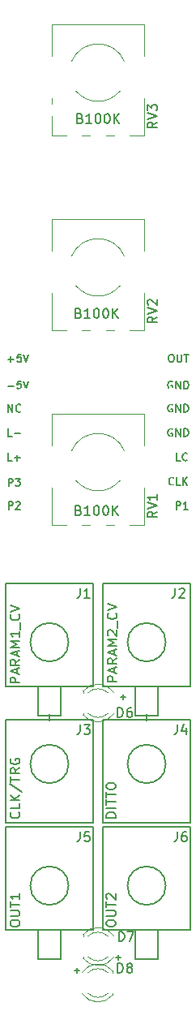
<source format=gbr>
%TF.GenerationSoftware,KiCad,Pcbnew,7.0.8*%
%TF.CreationDate,2024-02-10T19:54:04+11:00*%
%TF.ProjectId,JNTUB,4a4e5455-422e-46b6-9963-61645f706362,rev?*%
%TF.SameCoordinates,Original*%
%TF.FileFunction,Legend,Top*%
%TF.FilePolarity,Positive*%
%FSLAX46Y46*%
G04 Gerber Fmt 4.6, Leading zero omitted, Abs format (unit mm)*
G04 Created by KiCad (PCBNEW 7.0.8) date 2024-02-10 19:54:04*
%MOMM*%
%LPD*%
G01*
G04 APERTURE LIST*
%ADD10C,0.150000*%
%ADD11C,0.200000*%
%ADD12C,0.120000*%
%ADD13R,1.800000X1.800000*%
%ADD14C,1.800000*%
%ADD15R,1.700000X1.700000*%
%ADD16O,1.700000X1.700000*%
%ADD17O,1.400000X1.400000*%
%ADD18C,1.400000*%
%ADD19C,3.000000*%
%ADD20C,2.000000*%
%ADD21C,2.100000*%
%ADD22O,2.500000X2.800000*%
%ADD23C,3.200000*%
G04 APERTURE END LIST*
D10*
X235489810Y-103410104D02*
X235451714Y-103448200D01*
X235451714Y-103448200D02*
X235337429Y-103486295D01*
X235337429Y-103486295D02*
X235261238Y-103486295D01*
X235261238Y-103486295D02*
X235146952Y-103448200D01*
X235146952Y-103448200D02*
X235070762Y-103372009D01*
X235070762Y-103372009D02*
X235032667Y-103295819D01*
X235032667Y-103295819D02*
X234994571Y-103143438D01*
X234994571Y-103143438D02*
X234994571Y-103029152D01*
X234994571Y-103029152D02*
X235032667Y-102876771D01*
X235032667Y-102876771D02*
X235070762Y-102800580D01*
X235070762Y-102800580D02*
X235146952Y-102724390D01*
X235146952Y-102724390D02*
X235261238Y-102686295D01*
X235261238Y-102686295D02*
X235337429Y-102686295D01*
X235337429Y-102686295D02*
X235451714Y-102724390D01*
X235451714Y-102724390D02*
X235489810Y-102762485D01*
X236213619Y-103486295D02*
X235832667Y-103486295D01*
X235832667Y-103486295D02*
X235832667Y-102686295D01*
X236480286Y-103486295D02*
X236480286Y-102686295D01*
X236937429Y-103486295D02*
X236594571Y-103029152D01*
X236937429Y-102686295D02*
X236480286Y-103143438D01*
X235756524Y-106026295D02*
X235756524Y-105226295D01*
X235756524Y-105226295D02*
X236061286Y-105226295D01*
X236061286Y-105226295D02*
X236137476Y-105264390D01*
X236137476Y-105264390D02*
X236175571Y-105302485D01*
X236175571Y-105302485D02*
X236213667Y-105378676D01*
X236213667Y-105378676D02*
X236213667Y-105492961D01*
X236213667Y-105492961D02*
X236175571Y-105569152D01*
X236175571Y-105569152D02*
X236137476Y-105607247D01*
X236137476Y-105607247D02*
X236061286Y-105645342D01*
X236061286Y-105645342D02*
X235756524Y-105645342D01*
X236975571Y-106026295D02*
X236518428Y-106026295D01*
X236747000Y-106026295D02*
X236747000Y-105226295D01*
X236747000Y-105226295D02*
X236670809Y-105340580D01*
X236670809Y-105340580D02*
X236594619Y-105416771D01*
X236594619Y-105416771D02*
X236518428Y-105454866D01*
X236194619Y-100946295D02*
X235813667Y-100946295D01*
X235813667Y-100946295D02*
X235813667Y-100146295D01*
X236918429Y-100870104D02*
X236880333Y-100908200D01*
X236880333Y-100908200D02*
X236766048Y-100946295D01*
X236766048Y-100946295D02*
X236689857Y-100946295D01*
X236689857Y-100946295D02*
X236575571Y-100908200D01*
X236575571Y-100908200D02*
X236499381Y-100832009D01*
X236499381Y-100832009D02*
X236461286Y-100755819D01*
X236461286Y-100755819D02*
X236423190Y-100603438D01*
X236423190Y-100603438D02*
X236423190Y-100489152D01*
X236423190Y-100489152D02*
X236461286Y-100336771D01*
X236461286Y-100336771D02*
X236499381Y-100260580D01*
X236499381Y-100260580D02*
X236575571Y-100184390D01*
X236575571Y-100184390D02*
X236689857Y-100146295D01*
X236689857Y-100146295D02*
X236766048Y-100146295D01*
X236766048Y-100146295D02*
X236880333Y-100184390D01*
X236880333Y-100184390D02*
X236918429Y-100222485D01*
X235166000Y-89859295D02*
X235318381Y-89859295D01*
X235318381Y-89859295D02*
X235394571Y-89897390D01*
X235394571Y-89897390D02*
X235470762Y-89973580D01*
X235470762Y-89973580D02*
X235508857Y-90125961D01*
X235508857Y-90125961D02*
X235508857Y-90392628D01*
X235508857Y-90392628D02*
X235470762Y-90545009D01*
X235470762Y-90545009D02*
X235394571Y-90621200D01*
X235394571Y-90621200D02*
X235318381Y-90659295D01*
X235318381Y-90659295D02*
X235166000Y-90659295D01*
X235166000Y-90659295D02*
X235089809Y-90621200D01*
X235089809Y-90621200D02*
X235013619Y-90545009D01*
X235013619Y-90545009D02*
X234975523Y-90392628D01*
X234975523Y-90392628D02*
X234975523Y-90125961D01*
X234975523Y-90125961D02*
X235013619Y-89973580D01*
X235013619Y-89973580D02*
X235089809Y-89897390D01*
X235089809Y-89897390D02*
X235166000Y-89859295D01*
X235851714Y-89859295D02*
X235851714Y-90506914D01*
X235851714Y-90506914D02*
X235889809Y-90583104D01*
X235889809Y-90583104D02*
X235927904Y-90621200D01*
X235927904Y-90621200D02*
X236004095Y-90659295D01*
X236004095Y-90659295D02*
X236156476Y-90659295D01*
X236156476Y-90659295D02*
X236232666Y-90621200D01*
X236232666Y-90621200D02*
X236270761Y-90583104D01*
X236270761Y-90583104D02*
X236308857Y-90506914D01*
X236308857Y-90506914D02*
X236308857Y-89859295D01*
X236575523Y-89859295D02*
X237032666Y-89859295D01*
X236804094Y-90659295D02*
X236804094Y-89859295D01*
X235356476Y-97644390D02*
X235280286Y-97606295D01*
X235280286Y-97606295D02*
X235166000Y-97606295D01*
X235166000Y-97606295D02*
X235051714Y-97644390D01*
X235051714Y-97644390D02*
X234975524Y-97720580D01*
X234975524Y-97720580D02*
X234937429Y-97796771D01*
X234937429Y-97796771D02*
X234899333Y-97949152D01*
X234899333Y-97949152D02*
X234899333Y-98063438D01*
X234899333Y-98063438D02*
X234937429Y-98215819D01*
X234937429Y-98215819D02*
X234975524Y-98292009D01*
X234975524Y-98292009D02*
X235051714Y-98368200D01*
X235051714Y-98368200D02*
X235166000Y-98406295D01*
X235166000Y-98406295D02*
X235242191Y-98406295D01*
X235242191Y-98406295D02*
X235356476Y-98368200D01*
X235356476Y-98368200D02*
X235394572Y-98330104D01*
X235394572Y-98330104D02*
X235394572Y-98063438D01*
X235394572Y-98063438D02*
X235242191Y-98063438D01*
X235737429Y-98406295D02*
X235737429Y-97606295D01*
X235737429Y-97606295D02*
X236194572Y-98406295D01*
X236194572Y-98406295D02*
X236194572Y-97606295D01*
X236575524Y-98406295D02*
X236575524Y-97606295D01*
X236575524Y-97606295D02*
X236766000Y-97606295D01*
X236766000Y-97606295D02*
X236880286Y-97644390D01*
X236880286Y-97644390D02*
X236956476Y-97720580D01*
X236956476Y-97720580D02*
X236994571Y-97796771D01*
X236994571Y-97796771D02*
X237032667Y-97949152D01*
X237032667Y-97949152D02*
X237032667Y-98063438D01*
X237032667Y-98063438D02*
X236994571Y-98215819D01*
X236994571Y-98215819D02*
X236956476Y-98292009D01*
X236956476Y-98292009D02*
X236880286Y-98368200D01*
X236880286Y-98368200D02*
X236766000Y-98406295D01*
X236766000Y-98406295D02*
X236575524Y-98406295D01*
X235356476Y-92691390D02*
X235280286Y-92653295D01*
X235280286Y-92653295D02*
X235166000Y-92653295D01*
X235166000Y-92653295D02*
X235051714Y-92691390D01*
X235051714Y-92691390D02*
X234975524Y-92767580D01*
X234975524Y-92767580D02*
X234937429Y-92843771D01*
X234937429Y-92843771D02*
X234899333Y-92996152D01*
X234899333Y-92996152D02*
X234899333Y-93110438D01*
X234899333Y-93110438D02*
X234937429Y-93262819D01*
X234937429Y-93262819D02*
X234975524Y-93339009D01*
X234975524Y-93339009D02*
X235051714Y-93415200D01*
X235051714Y-93415200D02*
X235166000Y-93453295D01*
X235166000Y-93453295D02*
X235242191Y-93453295D01*
X235242191Y-93453295D02*
X235356476Y-93415200D01*
X235356476Y-93415200D02*
X235394572Y-93377104D01*
X235394572Y-93377104D02*
X235394572Y-93110438D01*
X235394572Y-93110438D02*
X235242191Y-93110438D01*
X235737429Y-93453295D02*
X235737429Y-92653295D01*
X235737429Y-92653295D02*
X236194572Y-93453295D01*
X236194572Y-93453295D02*
X236194572Y-92653295D01*
X236575524Y-93453295D02*
X236575524Y-92653295D01*
X236575524Y-92653295D02*
X236766000Y-92653295D01*
X236766000Y-92653295D02*
X236880286Y-92691390D01*
X236880286Y-92691390D02*
X236956476Y-92767580D01*
X236956476Y-92767580D02*
X236994571Y-92843771D01*
X236994571Y-92843771D02*
X237032667Y-92996152D01*
X237032667Y-92996152D02*
X237032667Y-93110438D01*
X237032667Y-93110438D02*
X236994571Y-93262819D01*
X236994571Y-93262819D02*
X236956476Y-93339009D01*
X236956476Y-93339009D02*
X236880286Y-93415200D01*
X236880286Y-93415200D02*
X236766000Y-93453295D01*
X236766000Y-93453295D02*
X236575524Y-93453295D01*
X235356476Y-95104390D02*
X235280286Y-95066295D01*
X235280286Y-95066295D02*
X235166000Y-95066295D01*
X235166000Y-95066295D02*
X235051714Y-95104390D01*
X235051714Y-95104390D02*
X234975524Y-95180580D01*
X234975524Y-95180580D02*
X234937429Y-95256771D01*
X234937429Y-95256771D02*
X234899333Y-95409152D01*
X234899333Y-95409152D02*
X234899333Y-95523438D01*
X234899333Y-95523438D02*
X234937429Y-95675819D01*
X234937429Y-95675819D02*
X234975524Y-95752009D01*
X234975524Y-95752009D02*
X235051714Y-95828200D01*
X235051714Y-95828200D02*
X235166000Y-95866295D01*
X235166000Y-95866295D02*
X235242191Y-95866295D01*
X235242191Y-95866295D02*
X235356476Y-95828200D01*
X235356476Y-95828200D02*
X235394572Y-95790104D01*
X235394572Y-95790104D02*
X235394572Y-95523438D01*
X235394572Y-95523438D02*
X235242191Y-95523438D01*
X235737429Y-95866295D02*
X235737429Y-95066295D01*
X235737429Y-95066295D02*
X236194572Y-95866295D01*
X236194572Y-95866295D02*
X236194572Y-95066295D01*
X236575524Y-95866295D02*
X236575524Y-95066295D01*
X236575524Y-95066295D02*
X236766000Y-95066295D01*
X236766000Y-95066295D02*
X236880286Y-95104390D01*
X236880286Y-95104390D02*
X236956476Y-95180580D01*
X236956476Y-95180580D02*
X236994571Y-95256771D01*
X236994571Y-95256771D02*
X237032667Y-95409152D01*
X237032667Y-95409152D02*
X237032667Y-95523438D01*
X237032667Y-95523438D02*
X236994571Y-95675819D01*
X236994571Y-95675819D02*
X236956476Y-95752009D01*
X236956476Y-95752009D02*
X236880286Y-95828200D01*
X236880286Y-95828200D02*
X236766000Y-95866295D01*
X236766000Y-95866295D02*
X236575524Y-95866295D01*
X218573381Y-98406295D02*
X218192429Y-98406295D01*
X218192429Y-98406295D02*
X218192429Y-97606295D01*
X218840048Y-98101533D02*
X219449572Y-98101533D01*
X218230524Y-106026295D02*
X218230524Y-105226295D01*
X218230524Y-105226295D02*
X218535286Y-105226295D01*
X218535286Y-105226295D02*
X218611476Y-105264390D01*
X218611476Y-105264390D02*
X218649571Y-105302485D01*
X218649571Y-105302485D02*
X218687667Y-105378676D01*
X218687667Y-105378676D02*
X218687667Y-105492961D01*
X218687667Y-105492961D02*
X218649571Y-105569152D01*
X218649571Y-105569152D02*
X218611476Y-105607247D01*
X218611476Y-105607247D02*
X218535286Y-105645342D01*
X218535286Y-105645342D02*
X218230524Y-105645342D01*
X218992428Y-105302485D02*
X219030524Y-105264390D01*
X219030524Y-105264390D02*
X219106714Y-105226295D01*
X219106714Y-105226295D02*
X219297190Y-105226295D01*
X219297190Y-105226295D02*
X219373381Y-105264390D01*
X219373381Y-105264390D02*
X219411476Y-105302485D01*
X219411476Y-105302485D02*
X219449571Y-105378676D01*
X219449571Y-105378676D02*
X219449571Y-105454866D01*
X219449571Y-105454866D02*
X219411476Y-105569152D01*
X219411476Y-105569152D02*
X218954333Y-106026295D01*
X218954333Y-106026295D02*
X219449571Y-106026295D01*
X218573381Y-100946295D02*
X218192429Y-100946295D01*
X218192429Y-100946295D02*
X218192429Y-100146295D01*
X218840048Y-100641533D02*
X219449572Y-100641533D01*
X219144810Y-100946295D02*
X219144810Y-100336771D01*
X218230524Y-103613295D02*
X218230524Y-102813295D01*
X218230524Y-102813295D02*
X218535286Y-102813295D01*
X218535286Y-102813295D02*
X218611476Y-102851390D01*
X218611476Y-102851390D02*
X218649571Y-102889485D01*
X218649571Y-102889485D02*
X218687667Y-102965676D01*
X218687667Y-102965676D02*
X218687667Y-103079961D01*
X218687667Y-103079961D02*
X218649571Y-103156152D01*
X218649571Y-103156152D02*
X218611476Y-103194247D01*
X218611476Y-103194247D02*
X218535286Y-103232342D01*
X218535286Y-103232342D02*
X218230524Y-103232342D01*
X218954333Y-102813295D02*
X219449571Y-102813295D01*
X219449571Y-102813295D02*
X219182905Y-103118057D01*
X219182905Y-103118057D02*
X219297190Y-103118057D01*
X219297190Y-103118057D02*
X219373381Y-103156152D01*
X219373381Y-103156152D02*
X219411476Y-103194247D01*
X219411476Y-103194247D02*
X219449571Y-103270438D01*
X219449571Y-103270438D02*
X219449571Y-103460914D01*
X219449571Y-103460914D02*
X219411476Y-103537104D01*
X219411476Y-103537104D02*
X219373381Y-103575200D01*
X219373381Y-103575200D02*
X219297190Y-103613295D01*
X219297190Y-103613295D02*
X219068619Y-103613295D01*
X219068619Y-103613295D02*
X218992428Y-103575200D01*
X218992428Y-103575200D02*
X218954333Y-103537104D01*
X218173429Y-90354533D02*
X218782953Y-90354533D01*
X218478191Y-90659295D02*
X218478191Y-90049771D01*
X219544857Y-89859295D02*
X219163905Y-89859295D01*
X219163905Y-89859295D02*
X219125809Y-90240247D01*
X219125809Y-90240247D02*
X219163905Y-90202152D01*
X219163905Y-90202152D02*
X219240095Y-90164057D01*
X219240095Y-90164057D02*
X219430571Y-90164057D01*
X219430571Y-90164057D02*
X219506762Y-90202152D01*
X219506762Y-90202152D02*
X219544857Y-90240247D01*
X219544857Y-90240247D02*
X219582952Y-90316438D01*
X219582952Y-90316438D02*
X219582952Y-90506914D01*
X219582952Y-90506914D02*
X219544857Y-90583104D01*
X219544857Y-90583104D02*
X219506762Y-90621200D01*
X219506762Y-90621200D02*
X219430571Y-90659295D01*
X219430571Y-90659295D02*
X219240095Y-90659295D01*
X219240095Y-90659295D02*
X219163905Y-90621200D01*
X219163905Y-90621200D02*
X219125809Y-90583104D01*
X219811524Y-89859295D02*
X220078191Y-90659295D01*
X220078191Y-90659295D02*
X220344857Y-89859295D01*
X218192429Y-95866295D02*
X218192429Y-95066295D01*
X218192429Y-95066295D02*
X218649572Y-95866295D01*
X218649572Y-95866295D02*
X218649572Y-95066295D01*
X219487667Y-95790104D02*
X219449571Y-95828200D01*
X219449571Y-95828200D02*
X219335286Y-95866295D01*
X219335286Y-95866295D02*
X219259095Y-95866295D01*
X219259095Y-95866295D02*
X219144809Y-95828200D01*
X219144809Y-95828200D02*
X219068619Y-95752009D01*
X219068619Y-95752009D02*
X219030524Y-95675819D01*
X219030524Y-95675819D02*
X218992428Y-95523438D01*
X218992428Y-95523438D02*
X218992428Y-95409152D01*
X218992428Y-95409152D02*
X219030524Y-95256771D01*
X219030524Y-95256771D02*
X219068619Y-95180580D01*
X219068619Y-95180580D02*
X219144809Y-95104390D01*
X219144809Y-95104390D02*
X219259095Y-95066295D01*
X219259095Y-95066295D02*
X219335286Y-95066295D01*
X219335286Y-95066295D02*
X219449571Y-95104390D01*
X219449571Y-95104390D02*
X219487667Y-95142485D01*
X218173429Y-93148533D02*
X218782953Y-93148533D01*
X219544857Y-92653295D02*
X219163905Y-92653295D01*
X219163905Y-92653295D02*
X219125809Y-93034247D01*
X219125809Y-93034247D02*
X219163905Y-92996152D01*
X219163905Y-92996152D02*
X219240095Y-92958057D01*
X219240095Y-92958057D02*
X219430571Y-92958057D01*
X219430571Y-92958057D02*
X219506762Y-92996152D01*
X219506762Y-92996152D02*
X219544857Y-93034247D01*
X219544857Y-93034247D02*
X219582952Y-93110438D01*
X219582952Y-93110438D02*
X219582952Y-93300914D01*
X219582952Y-93300914D02*
X219544857Y-93377104D01*
X219544857Y-93377104D02*
X219506762Y-93415200D01*
X219506762Y-93415200D02*
X219430571Y-93453295D01*
X219430571Y-93453295D02*
X219240095Y-93453295D01*
X219240095Y-93453295D02*
X219163905Y-93415200D01*
X219163905Y-93415200D02*
X219125809Y-93377104D01*
X219811524Y-92653295D02*
X220078191Y-93453295D01*
X220078191Y-93453295D02*
X220344857Y-92653295D01*
D11*
X228433219Y-149304190D02*
X228433219Y-149113714D01*
X228433219Y-149113714D02*
X228480838Y-149018476D01*
X228480838Y-149018476D02*
X228576076Y-148923238D01*
X228576076Y-148923238D02*
X228766552Y-148875619D01*
X228766552Y-148875619D02*
X229099885Y-148875619D01*
X229099885Y-148875619D02*
X229290361Y-148923238D01*
X229290361Y-148923238D02*
X229385600Y-149018476D01*
X229385600Y-149018476D02*
X229433219Y-149113714D01*
X229433219Y-149113714D02*
X229433219Y-149304190D01*
X229433219Y-149304190D02*
X229385600Y-149399428D01*
X229385600Y-149399428D02*
X229290361Y-149494666D01*
X229290361Y-149494666D02*
X229099885Y-149542285D01*
X229099885Y-149542285D02*
X228766552Y-149542285D01*
X228766552Y-149542285D02*
X228576076Y-149494666D01*
X228576076Y-149494666D02*
X228480838Y-149399428D01*
X228480838Y-149399428D02*
X228433219Y-149304190D01*
X228433219Y-148447047D02*
X229242742Y-148447047D01*
X229242742Y-148447047D02*
X229337980Y-148399428D01*
X229337980Y-148399428D02*
X229385600Y-148351809D01*
X229385600Y-148351809D02*
X229433219Y-148256571D01*
X229433219Y-148256571D02*
X229433219Y-148066095D01*
X229433219Y-148066095D02*
X229385600Y-147970857D01*
X229385600Y-147970857D02*
X229337980Y-147923238D01*
X229337980Y-147923238D02*
X229242742Y-147875619D01*
X229242742Y-147875619D02*
X228433219Y-147875619D01*
X228433219Y-147542285D02*
X228433219Y-146970857D01*
X229433219Y-147256571D02*
X228433219Y-147256571D01*
X228528457Y-146685142D02*
X228480838Y-146637523D01*
X228480838Y-146637523D02*
X228433219Y-146542285D01*
X228433219Y-146542285D02*
X228433219Y-146304190D01*
X228433219Y-146304190D02*
X228480838Y-146208952D01*
X228480838Y-146208952D02*
X228528457Y-146161333D01*
X228528457Y-146161333D02*
X228623695Y-146113714D01*
X228623695Y-146113714D02*
X228718933Y-146113714D01*
X228718933Y-146113714D02*
X228861790Y-146161333D01*
X228861790Y-146161333D02*
X229433219Y-146732761D01*
X229433219Y-146732761D02*
X229433219Y-146113714D01*
X219304980Y-137628000D02*
X219352600Y-137675619D01*
X219352600Y-137675619D02*
X219400219Y-137818476D01*
X219400219Y-137818476D02*
X219400219Y-137913714D01*
X219400219Y-137913714D02*
X219352600Y-138056571D01*
X219352600Y-138056571D02*
X219257361Y-138151809D01*
X219257361Y-138151809D02*
X219162123Y-138199428D01*
X219162123Y-138199428D02*
X218971647Y-138247047D01*
X218971647Y-138247047D02*
X218828790Y-138247047D01*
X218828790Y-138247047D02*
X218638314Y-138199428D01*
X218638314Y-138199428D02*
X218543076Y-138151809D01*
X218543076Y-138151809D02*
X218447838Y-138056571D01*
X218447838Y-138056571D02*
X218400219Y-137913714D01*
X218400219Y-137913714D02*
X218400219Y-137818476D01*
X218400219Y-137818476D02*
X218447838Y-137675619D01*
X218447838Y-137675619D02*
X218495457Y-137628000D01*
X219400219Y-136723238D02*
X219400219Y-137199428D01*
X219400219Y-137199428D02*
X218400219Y-137199428D01*
X219400219Y-136389904D02*
X218400219Y-136389904D01*
X219400219Y-135818476D02*
X218828790Y-136247047D01*
X218400219Y-135818476D02*
X218971647Y-136389904D01*
X218352600Y-134675619D02*
X219638314Y-135532761D01*
X218400219Y-134485142D02*
X218400219Y-133913714D01*
X219400219Y-134199428D02*
X218400219Y-134199428D01*
X219400219Y-133008952D02*
X218924028Y-133342285D01*
X219400219Y-133580380D02*
X218400219Y-133580380D01*
X218400219Y-133580380D02*
X218400219Y-133199428D01*
X218400219Y-133199428D02*
X218447838Y-133104190D01*
X218447838Y-133104190D02*
X218495457Y-133056571D01*
X218495457Y-133056571D02*
X218590695Y-133008952D01*
X218590695Y-133008952D02*
X218733552Y-133008952D01*
X218733552Y-133008952D02*
X218828790Y-133056571D01*
X218828790Y-133056571D02*
X218876409Y-133104190D01*
X218876409Y-133104190D02*
X218924028Y-133199428D01*
X218924028Y-133199428D02*
X218924028Y-133580380D01*
X218447838Y-132056571D02*
X218400219Y-132151809D01*
X218400219Y-132151809D02*
X218400219Y-132294666D01*
X218400219Y-132294666D02*
X218447838Y-132437523D01*
X218447838Y-132437523D02*
X218543076Y-132532761D01*
X218543076Y-132532761D02*
X218638314Y-132580380D01*
X218638314Y-132580380D02*
X218828790Y-132627999D01*
X218828790Y-132627999D02*
X218971647Y-132627999D01*
X218971647Y-132627999D02*
X219162123Y-132580380D01*
X219162123Y-132580380D02*
X219257361Y-132532761D01*
X219257361Y-132532761D02*
X219352600Y-132437523D01*
X219352600Y-132437523D02*
X219400219Y-132294666D01*
X219400219Y-132294666D02*
X219400219Y-132199428D01*
X219400219Y-132199428D02*
X219352600Y-132056571D01*
X219352600Y-132056571D02*
X219304980Y-132008952D01*
X219304980Y-132008952D02*
X218971647Y-132008952D01*
X218971647Y-132008952D02*
X218971647Y-132199428D01*
X229433219Y-138183713D02*
X228433219Y-138183713D01*
X228433219Y-138183713D02*
X228433219Y-137945618D01*
X228433219Y-137945618D02*
X228480838Y-137802761D01*
X228480838Y-137802761D02*
X228576076Y-137707523D01*
X228576076Y-137707523D02*
X228671314Y-137659904D01*
X228671314Y-137659904D02*
X228861790Y-137612285D01*
X228861790Y-137612285D02*
X229004647Y-137612285D01*
X229004647Y-137612285D02*
X229195123Y-137659904D01*
X229195123Y-137659904D02*
X229290361Y-137707523D01*
X229290361Y-137707523D02*
X229385600Y-137802761D01*
X229385600Y-137802761D02*
X229433219Y-137945618D01*
X229433219Y-137945618D02*
X229433219Y-138183713D01*
X229433219Y-137183713D02*
X228433219Y-137183713D01*
X228433219Y-136850380D02*
X228433219Y-136278952D01*
X229433219Y-136564666D02*
X228433219Y-136564666D01*
X228433219Y-136088475D02*
X228433219Y-135517047D01*
X229433219Y-135802761D02*
X228433219Y-135802761D01*
X228433219Y-134993237D02*
X228433219Y-134802761D01*
X228433219Y-134802761D02*
X228480838Y-134707523D01*
X228480838Y-134707523D02*
X228576076Y-134612285D01*
X228576076Y-134612285D02*
X228766552Y-134564666D01*
X228766552Y-134564666D02*
X229099885Y-134564666D01*
X229099885Y-134564666D02*
X229290361Y-134612285D01*
X229290361Y-134612285D02*
X229385600Y-134707523D01*
X229385600Y-134707523D02*
X229433219Y-134802761D01*
X229433219Y-134802761D02*
X229433219Y-134993237D01*
X229433219Y-134993237D02*
X229385600Y-135088475D01*
X229385600Y-135088475D02*
X229290361Y-135183713D01*
X229290361Y-135183713D02*
X229099885Y-135231332D01*
X229099885Y-135231332D02*
X228766552Y-135231332D01*
X228766552Y-135231332D02*
X228576076Y-135183713D01*
X228576076Y-135183713D02*
X228480838Y-135088475D01*
X228480838Y-135088475D02*
X228433219Y-134993237D01*
X229560219Y-123991190D02*
X228560219Y-123991190D01*
X228560219Y-123991190D02*
X228560219Y-123610238D01*
X228560219Y-123610238D02*
X228607838Y-123515000D01*
X228607838Y-123515000D02*
X228655457Y-123467381D01*
X228655457Y-123467381D02*
X228750695Y-123419762D01*
X228750695Y-123419762D02*
X228893552Y-123419762D01*
X228893552Y-123419762D02*
X228988790Y-123467381D01*
X228988790Y-123467381D02*
X229036409Y-123515000D01*
X229036409Y-123515000D02*
X229084028Y-123610238D01*
X229084028Y-123610238D02*
X229084028Y-123991190D01*
X229274504Y-123038809D02*
X229274504Y-122562619D01*
X229560219Y-123134047D02*
X228560219Y-122800714D01*
X228560219Y-122800714D02*
X229560219Y-122467381D01*
X229560219Y-121562619D02*
X229084028Y-121895952D01*
X229560219Y-122134047D02*
X228560219Y-122134047D01*
X228560219Y-122134047D02*
X228560219Y-121753095D01*
X228560219Y-121753095D02*
X228607838Y-121657857D01*
X228607838Y-121657857D02*
X228655457Y-121610238D01*
X228655457Y-121610238D02*
X228750695Y-121562619D01*
X228750695Y-121562619D02*
X228893552Y-121562619D01*
X228893552Y-121562619D02*
X228988790Y-121610238D01*
X228988790Y-121610238D02*
X229036409Y-121657857D01*
X229036409Y-121657857D02*
X229084028Y-121753095D01*
X229084028Y-121753095D02*
X229084028Y-122134047D01*
X229274504Y-121181666D02*
X229274504Y-120705476D01*
X229560219Y-121276904D02*
X228560219Y-120943571D01*
X228560219Y-120943571D02*
X229560219Y-120610238D01*
X229560219Y-120276904D02*
X228560219Y-120276904D01*
X228560219Y-120276904D02*
X229274504Y-119943571D01*
X229274504Y-119943571D02*
X228560219Y-119610238D01*
X228560219Y-119610238D02*
X229560219Y-119610238D01*
X228655457Y-119181666D02*
X228607838Y-119134047D01*
X228607838Y-119134047D02*
X228560219Y-119038809D01*
X228560219Y-119038809D02*
X228560219Y-118800714D01*
X228560219Y-118800714D02*
X228607838Y-118705476D01*
X228607838Y-118705476D02*
X228655457Y-118657857D01*
X228655457Y-118657857D02*
X228750695Y-118610238D01*
X228750695Y-118610238D02*
X228845933Y-118610238D01*
X228845933Y-118610238D02*
X228988790Y-118657857D01*
X228988790Y-118657857D02*
X229560219Y-119229285D01*
X229560219Y-119229285D02*
X229560219Y-118610238D01*
X229655457Y-118419762D02*
X229655457Y-117657857D01*
X229464980Y-116848333D02*
X229512600Y-116895952D01*
X229512600Y-116895952D02*
X229560219Y-117038809D01*
X229560219Y-117038809D02*
X229560219Y-117134047D01*
X229560219Y-117134047D02*
X229512600Y-117276904D01*
X229512600Y-117276904D02*
X229417361Y-117372142D01*
X229417361Y-117372142D02*
X229322123Y-117419761D01*
X229322123Y-117419761D02*
X229131647Y-117467380D01*
X229131647Y-117467380D02*
X228988790Y-117467380D01*
X228988790Y-117467380D02*
X228798314Y-117419761D01*
X228798314Y-117419761D02*
X228703076Y-117372142D01*
X228703076Y-117372142D02*
X228607838Y-117276904D01*
X228607838Y-117276904D02*
X228560219Y-117134047D01*
X228560219Y-117134047D02*
X228560219Y-117038809D01*
X228560219Y-117038809D02*
X228607838Y-116895952D01*
X228607838Y-116895952D02*
X228655457Y-116848333D01*
X228560219Y-116562618D02*
X229560219Y-116229285D01*
X229560219Y-116229285D02*
X228560219Y-115895952D01*
X219400219Y-124118190D02*
X218400219Y-124118190D01*
X218400219Y-124118190D02*
X218400219Y-123737238D01*
X218400219Y-123737238D02*
X218447838Y-123642000D01*
X218447838Y-123642000D02*
X218495457Y-123594381D01*
X218495457Y-123594381D02*
X218590695Y-123546762D01*
X218590695Y-123546762D02*
X218733552Y-123546762D01*
X218733552Y-123546762D02*
X218828790Y-123594381D01*
X218828790Y-123594381D02*
X218876409Y-123642000D01*
X218876409Y-123642000D02*
X218924028Y-123737238D01*
X218924028Y-123737238D02*
X218924028Y-124118190D01*
X219114504Y-123165809D02*
X219114504Y-122689619D01*
X219400219Y-123261047D02*
X218400219Y-122927714D01*
X218400219Y-122927714D02*
X219400219Y-122594381D01*
X219400219Y-121689619D02*
X218924028Y-122022952D01*
X219400219Y-122261047D02*
X218400219Y-122261047D01*
X218400219Y-122261047D02*
X218400219Y-121880095D01*
X218400219Y-121880095D02*
X218447838Y-121784857D01*
X218447838Y-121784857D02*
X218495457Y-121737238D01*
X218495457Y-121737238D02*
X218590695Y-121689619D01*
X218590695Y-121689619D02*
X218733552Y-121689619D01*
X218733552Y-121689619D02*
X218828790Y-121737238D01*
X218828790Y-121737238D02*
X218876409Y-121784857D01*
X218876409Y-121784857D02*
X218924028Y-121880095D01*
X218924028Y-121880095D02*
X218924028Y-122261047D01*
X219114504Y-121308666D02*
X219114504Y-120832476D01*
X219400219Y-121403904D02*
X218400219Y-121070571D01*
X218400219Y-121070571D02*
X219400219Y-120737238D01*
X219400219Y-120403904D02*
X218400219Y-120403904D01*
X218400219Y-120403904D02*
X219114504Y-120070571D01*
X219114504Y-120070571D02*
X218400219Y-119737238D01*
X218400219Y-119737238D02*
X219400219Y-119737238D01*
X219400219Y-118737238D02*
X219400219Y-119308666D01*
X219400219Y-119022952D02*
X218400219Y-119022952D01*
X218400219Y-119022952D02*
X218543076Y-119118190D01*
X218543076Y-119118190D02*
X218638314Y-119213428D01*
X218638314Y-119213428D02*
X218685933Y-119308666D01*
X219495457Y-118546762D02*
X219495457Y-117784857D01*
X219304980Y-116975333D02*
X219352600Y-117022952D01*
X219352600Y-117022952D02*
X219400219Y-117165809D01*
X219400219Y-117165809D02*
X219400219Y-117261047D01*
X219400219Y-117261047D02*
X219352600Y-117403904D01*
X219352600Y-117403904D02*
X219257361Y-117499142D01*
X219257361Y-117499142D02*
X219162123Y-117546761D01*
X219162123Y-117546761D02*
X218971647Y-117594380D01*
X218971647Y-117594380D02*
X218828790Y-117594380D01*
X218828790Y-117594380D02*
X218638314Y-117546761D01*
X218638314Y-117546761D02*
X218543076Y-117499142D01*
X218543076Y-117499142D02*
X218447838Y-117403904D01*
X218447838Y-117403904D02*
X218400219Y-117261047D01*
X218400219Y-117261047D02*
X218400219Y-117165809D01*
X218400219Y-117165809D02*
X218447838Y-117022952D01*
X218447838Y-117022952D02*
X218495457Y-116975333D01*
X218400219Y-116689618D02*
X219400219Y-116356285D01*
X219400219Y-116356285D02*
X218400219Y-116022952D01*
X218400219Y-149304190D02*
X218400219Y-149113714D01*
X218400219Y-149113714D02*
X218447838Y-149018476D01*
X218447838Y-149018476D02*
X218543076Y-148923238D01*
X218543076Y-148923238D02*
X218733552Y-148875619D01*
X218733552Y-148875619D02*
X219066885Y-148875619D01*
X219066885Y-148875619D02*
X219257361Y-148923238D01*
X219257361Y-148923238D02*
X219352600Y-149018476D01*
X219352600Y-149018476D02*
X219400219Y-149113714D01*
X219400219Y-149113714D02*
X219400219Y-149304190D01*
X219400219Y-149304190D02*
X219352600Y-149399428D01*
X219352600Y-149399428D02*
X219257361Y-149494666D01*
X219257361Y-149494666D02*
X219066885Y-149542285D01*
X219066885Y-149542285D02*
X218733552Y-149542285D01*
X218733552Y-149542285D02*
X218543076Y-149494666D01*
X218543076Y-149494666D02*
X218447838Y-149399428D01*
X218447838Y-149399428D02*
X218400219Y-149304190D01*
X218400219Y-148447047D02*
X219209742Y-148447047D01*
X219209742Y-148447047D02*
X219304980Y-148399428D01*
X219304980Y-148399428D02*
X219352600Y-148351809D01*
X219352600Y-148351809D02*
X219400219Y-148256571D01*
X219400219Y-148256571D02*
X219400219Y-148066095D01*
X219400219Y-148066095D02*
X219352600Y-147970857D01*
X219352600Y-147970857D02*
X219304980Y-147923238D01*
X219304980Y-147923238D02*
X219209742Y-147875619D01*
X219209742Y-147875619D02*
X218400219Y-147875619D01*
X218400219Y-147542285D02*
X218400219Y-146970857D01*
X219400219Y-147256571D02*
X218400219Y-147256571D01*
X219400219Y-146113714D02*
X219400219Y-146685142D01*
X219400219Y-146399428D02*
X218400219Y-146399428D01*
X218400219Y-146399428D02*
X218543076Y-146494666D01*
X218543076Y-146494666D02*
X218638314Y-146589904D01*
X218638314Y-146589904D02*
X218685933Y-146685142D01*
D10*
X229639905Y-127708819D02*
X229639905Y-126708819D01*
X229639905Y-126708819D02*
X229878000Y-126708819D01*
X229878000Y-126708819D02*
X230020857Y-126756438D01*
X230020857Y-126756438D02*
X230116095Y-126851676D01*
X230116095Y-126851676D02*
X230163714Y-126946914D01*
X230163714Y-126946914D02*
X230211333Y-127137390D01*
X230211333Y-127137390D02*
X230211333Y-127280247D01*
X230211333Y-127280247D02*
X230163714Y-127470723D01*
X230163714Y-127470723D02*
X230116095Y-127565961D01*
X230116095Y-127565961D02*
X230020857Y-127661200D01*
X230020857Y-127661200D02*
X229878000Y-127708819D01*
X229878000Y-127708819D02*
X229639905Y-127708819D01*
X231068476Y-126708819D02*
X230878000Y-126708819D01*
X230878000Y-126708819D02*
X230782762Y-126756438D01*
X230782762Y-126756438D02*
X230735143Y-126804057D01*
X230735143Y-126804057D02*
X230639905Y-126946914D01*
X230639905Y-126946914D02*
X230592286Y-127137390D01*
X230592286Y-127137390D02*
X230592286Y-127518342D01*
X230592286Y-127518342D02*
X230639905Y-127613580D01*
X230639905Y-127613580D02*
X230687524Y-127661200D01*
X230687524Y-127661200D02*
X230782762Y-127708819D01*
X230782762Y-127708819D02*
X230973238Y-127708819D01*
X230973238Y-127708819D02*
X231068476Y-127661200D01*
X231068476Y-127661200D02*
X231116095Y-127613580D01*
X231116095Y-127613580D02*
X231163714Y-127518342D01*
X231163714Y-127518342D02*
X231163714Y-127280247D01*
X231163714Y-127280247D02*
X231116095Y-127185009D01*
X231116095Y-127185009D02*
X231068476Y-127137390D01*
X231068476Y-127137390D02*
X230973238Y-127089771D01*
X230973238Y-127089771D02*
X230782762Y-127089771D01*
X230782762Y-127089771D02*
X230687524Y-127137390D01*
X230687524Y-127137390D02*
X230639905Y-127185009D01*
X230639905Y-127185009D02*
X230592286Y-127280247D01*
X225726666Y-128486819D02*
X225726666Y-129201104D01*
X225726666Y-129201104D02*
X225679047Y-129343961D01*
X225679047Y-129343961D02*
X225583809Y-129439200D01*
X225583809Y-129439200D02*
X225440952Y-129486819D01*
X225440952Y-129486819D02*
X225345714Y-129486819D01*
X226107619Y-128486819D02*
X226726666Y-128486819D01*
X226726666Y-128486819D02*
X226393333Y-128867771D01*
X226393333Y-128867771D02*
X226536190Y-128867771D01*
X226536190Y-128867771D02*
X226631428Y-128915390D01*
X226631428Y-128915390D02*
X226679047Y-128963009D01*
X226679047Y-128963009D02*
X226726666Y-129058247D01*
X226726666Y-129058247D02*
X226726666Y-129296342D01*
X226726666Y-129296342D02*
X226679047Y-129391580D01*
X226679047Y-129391580D02*
X226631428Y-129439200D01*
X226631428Y-129439200D02*
X226536190Y-129486819D01*
X226536190Y-129486819D02*
X226250476Y-129486819D01*
X226250476Y-129486819D02*
X226155238Y-129439200D01*
X226155238Y-129439200D02*
X226107619Y-129391580D01*
X225726666Y-114262819D02*
X225726666Y-114977104D01*
X225726666Y-114977104D02*
X225679047Y-115119961D01*
X225679047Y-115119961D02*
X225583809Y-115215200D01*
X225583809Y-115215200D02*
X225440952Y-115262819D01*
X225440952Y-115262819D02*
X225345714Y-115262819D01*
X226726666Y-115262819D02*
X226155238Y-115262819D01*
X226440952Y-115262819D02*
X226440952Y-114262819D01*
X226440952Y-114262819D02*
X226345714Y-114405676D01*
X226345714Y-114405676D02*
X226250476Y-114500914D01*
X226250476Y-114500914D02*
X226155238Y-114548533D01*
X233753819Y-106259238D02*
X233277628Y-106592571D01*
X233753819Y-106830666D02*
X232753819Y-106830666D01*
X232753819Y-106830666D02*
X232753819Y-106449714D01*
X232753819Y-106449714D02*
X232801438Y-106354476D01*
X232801438Y-106354476D02*
X232849057Y-106306857D01*
X232849057Y-106306857D02*
X232944295Y-106259238D01*
X232944295Y-106259238D02*
X233087152Y-106259238D01*
X233087152Y-106259238D02*
X233182390Y-106306857D01*
X233182390Y-106306857D02*
X233230009Y-106354476D01*
X233230009Y-106354476D02*
X233277628Y-106449714D01*
X233277628Y-106449714D02*
X233277628Y-106830666D01*
X232753819Y-105973523D02*
X233753819Y-105640190D01*
X233753819Y-105640190D02*
X232753819Y-105306857D01*
X233753819Y-104449714D02*
X233753819Y-105021142D01*
X233753819Y-104735428D02*
X232753819Y-104735428D01*
X232753819Y-104735428D02*
X232896676Y-104830666D01*
X232896676Y-104830666D02*
X232991914Y-104925904D01*
X232991914Y-104925904D02*
X233039533Y-105021142D01*
D11*
X225566857Y-106100409D02*
X225709714Y-106148028D01*
X225709714Y-106148028D02*
X225757333Y-106195647D01*
X225757333Y-106195647D02*
X225804952Y-106290885D01*
X225804952Y-106290885D02*
X225804952Y-106433742D01*
X225804952Y-106433742D02*
X225757333Y-106528980D01*
X225757333Y-106528980D02*
X225709714Y-106576600D01*
X225709714Y-106576600D02*
X225614476Y-106624219D01*
X225614476Y-106624219D02*
X225233524Y-106624219D01*
X225233524Y-106624219D02*
X225233524Y-105624219D01*
X225233524Y-105624219D02*
X225566857Y-105624219D01*
X225566857Y-105624219D02*
X225662095Y-105671838D01*
X225662095Y-105671838D02*
X225709714Y-105719457D01*
X225709714Y-105719457D02*
X225757333Y-105814695D01*
X225757333Y-105814695D02*
X225757333Y-105909933D01*
X225757333Y-105909933D02*
X225709714Y-106005171D01*
X225709714Y-106005171D02*
X225662095Y-106052790D01*
X225662095Y-106052790D02*
X225566857Y-106100409D01*
X225566857Y-106100409D02*
X225233524Y-106100409D01*
X226757333Y-106624219D02*
X226185905Y-106624219D01*
X226471619Y-106624219D02*
X226471619Y-105624219D01*
X226471619Y-105624219D02*
X226376381Y-105767076D01*
X226376381Y-105767076D02*
X226281143Y-105862314D01*
X226281143Y-105862314D02*
X226185905Y-105909933D01*
X227376381Y-105624219D02*
X227471619Y-105624219D01*
X227471619Y-105624219D02*
X227566857Y-105671838D01*
X227566857Y-105671838D02*
X227614476Y-105719457D01*
X227614476Y-105719457D02*
X227662095Y-105814695D01*
X227662095Y-105814695D02*
X227709714Y-106005171D01*
X227709714Y-106005171D02*
X227709714Y-106243266D01*
X227709714Y-106243266D02*
X227662095Y-106433742D01*
X227662095Y-106433742D02*
X227614476Y-106528980D01*
X227614476Y-106528980D02*
X227566857Y-106576600D01*
X227566857Y-106576600D02*
X227471619Y-106624219D01*
X227471619Y-106624219D02*
X227376381Y-106624219D01*
X227376381Y-106624219D02*
X227281143Y-106576600D01*
X227281143Y-106576600D02*
X227233524Y-106528980D01*
X227233524Y-106528980D02*
X227185905Y-106433742D01*
X227185905Y-106433742D02*
X227138286Y-106243266D01*
X227138286Y-106243266D02*
X227138286Y-106005171D01*
X227138286Y-106005171D02*
X227185905Y-105814695D01*
X227185905Y-105814695D02*
X227233524Y-105719457D01*
X227233524Y-105719457D02*
X227281143Y-105671838D01*
X227281143Y-105671838D02*
X227376381Y-105624219D01*
X228328762Y-105624219D02*
X228424000Y-105624219D01*
X228424000Y-105624219D02*
X228519238Y-105671838D01*
X228519238Y-105671838D02*
X228566857Y-105719457D01*
X228566857Y-105719457D02*
X228614476Y-105814695D01*
X228614476Y-105814695D02*
X228662095Y-106005171D01*
X228662095Y-106005171D02*
X228662095Y-106243266D01*
X228662095Y-106243266D02*
X228614476Y-106433742D01*
X228614476Y-106433742D02*
X228566857Y-106528980D01*
X228566857Y-106528980D02*
X228519238Y-106576600D01*
X228519238Y-106576600D02*
X228424000Y-106624219D01*
X228424000Y-106624219D02*
X228328762Y-106624219D01*
X228328762Y-106624219D02*
X228233524Y-106576600D01*
X228233524Y-106576600D02*
X228185905Y-106528980D01*
X228185905Y-106528980D02*
X228138286Y-106433742D01*
X228138286Y-106433742D02*
X228090667Y-106243266D01*
X228090667Y-106243266D02*
X228090667Y-106005171D01*
X228090667Y-106005171D02*
X228138286Y-105814695D01*
X228138286Y-105814695D02*
X228185905Y-105719457D01*
X228185905Y-105719457D02*
X228233524Y-105671838D01*
X228233524Y-105671838D02*
X228328762Y-105624219D01*
X229090667Y-106624219D02*
X229090667Y-105624219D01*
X229662095Y-106624219D02*
X229233524Y-106052790D01*
X229662095Y-105624219D02*
X229090667Y-106195647D01*
D10*
X229639905Y-154378819D02*
X229639905Y-153378819D01*
X229639905Y-153378819D02*
X229878000Y-153378819D01*
X229878000Y-153378819D02*
X230020857Y-153426438D01*
X230020857Y-153426438D02*
X230116095Y-153521676D01*
X230116095Y-153521676D02*
X230163714Y-153616914D01*
X230163714Y-153616914D02*
X230211333Y-153807390D01*
X230211333Y-153807390D02*
X230211333Y-153950247D01*
X230211333Y-153950247D02*
X230163714Y-154140723D01*
X230163714Y-154140723D02*
X230116095Y-154235961D01*
X230116095Y-154235961D02*
X230020857Y-154331200D01*
X230020857Y-154331200D02*
X229878000Y-154378819D01*
X229878000Y-154378819D02*
X229639905Y-154378819D01*
X230782762Y-153807390D02*
X230687524Y-153759771D01*
X230687524Y-153759771D02*
X230639905Y-153712152D01*
X230639905Y-153712152D02*
X230592286Y-153616914D01*
X230592286Y-153616914D02*
X230592286Y-153569295D01*
X230592286Y-153569295D02*
X230639905Y-153474057D01*
X230639905Y-153474057D02*
X230687524Y-153426438D01*
X230687524Y-153426438D02*
X230782762Y-153378819D01*
X230782762Y-153378819D02*
X230973238Y-153378819D01*
X230973238Y-153378819D02*
X231068476Y-153426438D01*
X231068476Y-153426438D02*
X231116095Y-153474057D01*
X231116095Y-153474057D02*
X231163714Y-153569295D01*
X231163714Y-153569295D02*
X231163714Y-153616914D01*
X231163714Y-153616914D02*
X231116095Y-153712152D01*
X231116095Y-153712152D02*
X231068476Y-153759771D01*
X231068476Y-153759771D02*
X230973238Y-153807390D01*
X230973238Y-153807390D02*
X230782762Y-153807390D01*
X230782762Y-153807390D02*
X230687524Y-153855009D01*
X230687524Y-153855009D02*
X230639905Y-153902628D01*
X230639905Y-153902628D02*
X230592286Y-153997866D01*
X230592286Y-153997866D02*
X230592286Y-154188342D01*
X230592286Y-154188342D02*
X230639905Y-154283580D01*
X230639905Y-154283580D02*
X230687524Y-154331200D01*
X230687524Y-154331200D02*
X230782762Y-154378819D01*
X230782762Y-154378819D02*
X230973238Y-154378819D01*
X230973238Y-154378819D02*
X231068476Y-154331200D01*
X231068476Y-154331200D02*
X231116095Y-154283580D01*
X231116095Y-154283580D02*
X231163714Y-154188342D01*
X231163714Y-154188342D02*
X231163714Y-153997866D01*
X231163714Y-153997866D02*
X231116095Y-153902628D01*
X231116095Y-153902628D02*
X231068476Y-153855009D01*
X231068476Y-153855009D02*
X230973238Y-153807390D01*
X225726666Y-139662819D02*
X225726666Y-140377104D01*
X225726666Y-140377104D02*
X225679047Y-140519961D01*
X225679047Y-140519961D02*
X225583809Y-140615200D01*
X225583809Y-140615200D02*
X225440952Y-140662819D01*
X225440952Y-140662819D02*
X225345714Y-140662819D01*
X226679047Y-139662819D02*
X226202857Y-139662819D01*
X226202857Y-139662819D02*
X226155238Y-140139009D01*
X226155238Y-140139009D02*
X226202857Y-140091390D01*
X226202857Y-140091390D02*
X226298095Y-140043771D01*
X226298095Y-140043771D02*
X226536190Y-140043771D01*
X226536190Y-140043771D02*
X226631428Y-140091390D01*
X226631428Y-140091390D02*
X226679047Y-140139009D01*
X226679047Y-140139009D02*
X226726666Y-140234247D01*
X226726666Y-140234247D02*
X226726666Y-140472342D01*
X226726666Y-140472342D02*
X226679047Y-140567580D01*
X226679047Y-140567580D02*
X226631428Y-140615200D01*
X226631428Y-140615200D02*
X226536190Y-140662819D01*
X226536190Y-140662819D02*
X226298095Y-140662819D01*
X226298095Y-140662819D02*
X226202857Y-140615200D01*
X226202857Y-140615200D02*
X226155238Y-140567580D01*
X235632666Y-114262819D02*
X235632666Y-114977104D01*
X235632666Y-114977104D02*
X235585047Y-115119961D01*
X235585047Y-115119961D02*
X235489809Y-115215200D01*
X235489809Y-115215200D02*
X235346952Y-115262819D01*
X235346952Y-115262819D02*
X235251714Y-115262819D01*
X236061238Y-114358057D02*
X236108857Y-114310438D01*
X236108857Y-114310438D02*
X236204095Y-114262819D01*
X236204095Y-114262819D02*
X236442190Y-114262819D01*
X236442190Y-114262819D02*
X236537428Y-114310438D01*
X236537428Y-114310438D02*
X236585047Y-114358057D01*
X236585047Y-114358057D02*
X236632666Y-114453295D01*
X236632666Y-114453295D02*
X236632666Y-114548533D01*
X236632666Y-114548533D02*
X236585047Y-114691390D01*
X236585047Y-114691390D02*
X236013619Y-115262819D01*
X236013619Y-115262819D02*
X236632666Y-115262819D01*
X235886666Y-139662819D02*
X235886666Y-140377104D01*
X235886666Y-140377104D02*
X235839047Y-140519961D01*
X235839047Y-140519961D02*
X235743809Y-140615200D01*
X235743809Y-140615200D02*
X235600952Y-140662819D01*
X235600952Y-140662819D02*
X235505714Y-140662819D01*
X236791428Y-139662819D02*
X236600952Y-139662819D01*
X236600952Y-139662819D02*
X236505714Y-139710438D01*
X236505714Y-139710438D02*
X236458095Y-139758057D01*
X236458095Y-139758057D02*
X236362857Y-139900914D01*
X236362857Y-139900914D02*
X236315238Y-140091390D01*
X236315238Y-140091390D02*
X236315238Y-140472342D01*
X236315238Y-140472342D02*
X236362857Y-140567580D01*
X236362857Y-140567580D02*
X236410476Y-140615200D01*
X236410476Y-140615200D02*
X236505714Y-140662819D01*
X236505714Y-140662819D02*
X236696190Y-140662819D01*
X236696190Y-140662819D02*
X236791428Y-140615200D01*
X236791428Y-140615200D02*
X236839047Y-140567580D01*
X236839047Y-140567580D02*
X236886666Y-140472342D01*
X236886666Y-140472342D02*
X236886666Y-140234247D01*
X236886666Y-140234247D02*
X236839047Y-140139009D01*
X236839047Y-140139009D02*
X236791428Y-140091390D01*
X236791428Y-140091390D02*
X236696190Y-140043771D01*
X236696190Y-140043771D02*
X236505714Y-140043771D01*
X236505714Y-140043771D02*
X236410476Y-140091390D01*
X236410476Y-140091390D02*
X236362857Y-140139009D01*
X236362857Y-140139009D02*
X236315238Y-140234247D01*
X235886666Y-128486819D02*
X235886666Y-129201104D01*
X235886666Y-129201104D02*
X235839047Y-129343961D01*
X235839047Y-129343961D02*
X235743809Y-129439200D01*
X235743809Y-129439200D02*
X235600952Y-129486819D01*
X235600952Y-129486819D02*
X235505714Y-129486819D01*
X236791428Y-128820152D02*
X236791428Y-129486819D01*
X236553333Y-128439200D02*
X236315238Y-129153485D01*
X236315238Y-129153485D02*
X236934285Y-129153485D01*
X233753819Y-85939238D02*
X233277628Y-86272571D01*
X233753819Y-86510666D02*
X232753819Y-86510666D01*
X232753819Y-86510666D02*
X232753819Y-86129714D01*
X232753819Y-86129714D02*
X232801438Y-86034476D01*
X232801438Y-86034476D02*
X232849057Y-85986857D01*
X232849057Y-85986857D02*
X232944295Y-85939238D01*
X232944295Y-85939238D02*
X233087152Y-85939238D01*
X233087152Y-85939238D02*
X233182390Y-85986857D01*
X233182390Y-85986857D02*
X233230009Y-86034476D01*
X233230009Y-86034476D02*
X233277628Y-86129714D01*
X233277628Y-86129714D02*
X233277628Y-86510666D01*
X232753819Y-85653523D02*
X233753819Y-85320190D01*
X233753819Y-85320190D02*
X232753819Y-84986857D01*
X232849057Y-84701142D02*
X232801438Y-84653523D01*
X232801438Y-84653523D02*
X232753819Y-84558285D01*
X232753819Y-84558285D02*
X232753819Y-84320190D01*
X232753819Y-84320190D02*
X232801438Y-84224952D01*
X232801438Y-84224952D02*
X232849057Y-84177333D01*
X232849057Y-84177333D02*
X232944295Y-84129714D01*
X232944295Y-84129714D02*
X233039533Y-84129714D01*
X233039533Y-84129714D02*
X233182390Y-84177333D01*
X233182390Y-84177333D02*
X233753819Y-84748761D01*
X233753819Y-84748761D02*
X233753819Y-84129714D01*
X225566857Y-85529009D02*
X225709714Y-85576628D01*
X225709714Y-85576628D02*
X225757333Y-85624247D01*
X225757333Y-85624247D02*
X225804952Y-85719485D01*
X225804952Y-85719485D02*
X225804952Y-85862342D01*
X225804952Y-85862342D02*
X225757333Y-85957580D01*
X225757333Y-85957580D02*
X225709714Y-86005200D01*
X225709714Y-86005200D02*
X225614476Y-86052819D01*
X225614476Y-86052819D02*
X225233524Y-86052819D01*
X225233524Y-86052819D02*
X225233524Y-85052819D01*
X225233524Y-85052819D02*
X225566857Y-85052819D01*
X225566857Y-85052819D02*
X225662095Y-85100438D01*
X225662095Y-85100438D02*
X225709714Y-85148057D01*
X225709714Y-85148057D02*
X225757333Y-85243295D01*
X225757333Y-85243295D02*
X225757333Y-85338533D01*
X225757333Y-85338533D02*
X225709714Y-85433771D01*
X225709714Y-85433771D02*
X225662095Y-85481390D01*
X225662095Y-85481390D02*
X225566857Y-85529009D01*
X225566857Y-85529009D02*
X225233524Y-85529009D01*
X226757333Y-86052819D02*
X226185905Y-86052819D01*
X226471619Y-86052819D02*
X226471619Y-85052819D01*
X226471619Y-85052819D02*
X226376381Y-85195676D01*
X226376381Y-85195676D02*
X226281143Y-85290914D01*
X226281143Y-85290914D02*
X226185905Y-85338533D01*
X227376381Y-85052819D02*
X227471619Y-85052819D01*
X227471619Y-85052819D02*
X227566857Y-85100438D01*
X227566857Y-85100438D02*
X227614476Y-85148057D01*
X227614476Y-85148057D02*
X227662095Y-85243295D01*
X227662095Y-85243295D02*
X227709714Y-85433771D01*
X227709714Y-85433771D02*
X227709714Y-85671866D01*
X227709714Y-85671866D02*
X227662095Y-85862342D01*
X227662095Y-85862342D02*
X227614476Y-85957580D01*
X227614476Y-85957580D02*
X227566857Y-86005200D01*
X227566857Y-86005200D02*
X227471619Y-86052819D01*
X227471619Y-86052819D02*
X227376381Y-86052819D01*
X227376381Y-86052819D02*
X227281143Y-86005200D01*
X227281143Y-86005200D02*
X227233524Y-85957580D01*
X227233524Y-85957580D02*
X227185905Y-85862342D01*
X227185905Y-85862342D02*
X227138286Y-85671866D01*
X227138286Y-85671866D02*
X227138286Y-85433771D01*
X227138286Y-85433771D02*
X227185905Y-85243295D01*
X227185905Y-85243295D02*
X227233524Y-85148057D01*
X227233524Y-85148057D02*
X227281143Y-85100438D01*
X227281143Y-85100438D02*
X227376381Y-85052819D01*
X228328762Y-85052819D02*
X228424000Y-85052819D01*
X228424000Y-85052819D02*
X228519238Y-85100438D01*
X228519238Y-85100438D02*
X228566857Y-85148057D01*
X228566857Y-85148057D02*
X228614476Y-85243295D01*
X228614476Y-85243295D02*
X228662095Y-85433771D01*
X228662095Y-85433771D02*
X228662095Y-85671866D01*
X228662095Y-85671866D02*
X228614476Y-85862342D01*
X228614476Y-85862342D02*
X228566857Y-85957580D01*
X228566857Y-85957580D02*
X228519238Y-86005200D01*
X228519238Y-86005200D02*
X228424000Y-86052819D01*
X228424000Y-86052819D02*
X228328762Y-86052819D01*
X228328762Y-86052819D02*
X228233524Y-86005200D01*
X228233524Y-86005200D02*
X228185905Y-85957580D01*
X228185905Y-85957580D02*
X228138286Y-85862342D01*
X228138286Y-85862342D02*
X228090667Y-85671866D01*
X228090667Y-85671866D02*
X228090667Y-85433771D01*
X228090667Y-85433771D02*
X228138286Y-85243295D01*
X228138286Y-85243295D02*
X228185905Y-85148057D01*
X228185905Y-85148057D02*
X228233524Y-85100438D01*
X228233524Y-85100438D02*
X228328762Y-85052819D01*
X229090667Y-86052819D02*
X229090667Y-85052819D01*
X229662095Y-86052819D02*
X229233524Y-85481390D01*
X229662095Y-85052819D02*
X229090667Y-85624247D01*
X229766905Y-151076819D02*
X229766905Y-150076819D01*
X229766905Y-150076819D02*
X230005000Y-150076819D01*
X230005000Y-150076819D02*
X230147857Y-150124438D01*
X230147857Y-150124438D02*
X230243095Y-150219676D01*
X230243095Y-150219676D02*
X230290714Y-150314914D01*
X230290714Y-150314914D02*
X230338333Y-150505390D01*
X230338333Y-150505390D02*
X230338333Y-150648247D01*
X230338333Y-150648247D02*
X230290714Y-150838723D01*
X230290714Y-150838723D02*
X230243095Y-150933961D01*
X230243095Y-150933961D02*
X230147857Y-151029200D01*
X230147857Y-151029200D02*
X230005000Y-151076819D01*
X230005000Y-151076819D02*
X229766905Y-151076819D01*
X230671667Y-150076819D02*
X231338333Y-150076819D01*
X231338333Y-150076819D02*
X230909762Y-151076819D01*
X233753819Y-65619238D02*
X233277628Y-65952571D01*
X233753819Y-66190666D02*
X232753819Y-66190666D01*
X232753819Y-66190666D02*
X232753819Y-65809714D01*
X232753819Y-65809714D02*
X232801438Y-65714476D01*
X232801438Y-65714476D02*
X232849057Y-65666857D01*
X232849057Y-65666857D02*
X232944295Y-65619238D01*
X232944295Y-65619238D02*
X233087152Y-65619238D01*
X233087152Y-65619238D02*
X233182390Y-65666857D01*
X233182390Y-65666857D02*
X233230009Y-65714476D01*
X233230009Y-65714476D02*
X233277628Y-65809714D01*
X233277628Y-65809714D02*
X233277628Y-66190666D01*
X232753819Y-65333523D02*
X233753819Y-65000190D01*
X233753819Y-65000190D02*
X232753819Y-64666857D01*
X232753819Y-64428761D02*
X232753819Y-63809714D01*
X232753819Y-63809714D02*
X233134771Y-64143047D01*
X233134771Y-64143047D02*
X233134771Y-64000190D01*
X233134771Y-64000190D02*
X233182390Y-63904952D01*
X233182390Y-63904952D02*
X233230009Y-63857333D01*
X233230009Y-63857333D02*
X233325247Y-63809714D01*
X233325247Y-63809714D02*
X233563342Y-63809714D01*
X233563342Y-63809714D02*
X233658580Y-63857333D01*
X233658580Y-63857333D02*
X233706200Y-63904952D01*
X233706200Y-63904952D02*
X233753819Y-64000190D01*
X233753819Y-64000190D02*
X233753819Y-64285904D01*
X233753819Y-64285904D02*
X233706200Y-64381142D01*
X233706200Y-64381142D02*
X233658580Y-64428761D01*
X225726857Y-65209009D02*
X225869714Y-65256628D01*
X225869714Y-65256628D02*
X225917333Y-65304247D01*
X225917333Y-65304247D02*
X225964952Y-65399485D01*
X225964952Y-65399485D02*
X225964952Y-65542342D01*
X225964952Y-65542342D02*
X225917333Y-65637580D01*
X225917333Y-65637580D02*
X225869714Y-65685200D01*
X225869714Y-65685200D02*
X225774476Y-65732819D01*
X225774476Y-65732819D02*
X225393524Y-65732819D01*
X225393524Y-65732819D02*
X225393524Y-64732819D01*
X225393524Y-64732819D02*
X225726857Y-64732819D01*
X225726857Y-64732819D02*
X225822095Y-64780438D01*
X225822095Y-64780438D02*
X225869714Y-64828057D01*
X225869714Y-64828057D02*
X225917333Y-64923295D01*
X225917333Y-64923295D02*
X225917333Y-65018533D01*
X225917333Y-65018533D02*
X225869714Y-65113771D01*
X225869714Y-65113771D02*
X225822095Y-65161390D01*
X225822095Y-65161390D02*
X225726857Y-65209009D01*
X225726857Y-65209009D02*
X225393524Y-65209009D01*
X226917333Y-65732819D02*
X226345905Y-65732819D01*
X226631619Y-65732819D02*
X226631619Y-64732819D01*
X226631619Y-64732819D02*
X226536381Y-64875676D01*
X226536381Y-64875676D02*
X226441143Y-64970914D01*
X226441143Y-64970914D02*
X226345905Y-65018533D01*
X227536381Y-64732819D02*
X227631619Y-64732819D01*
X227631619Y-64732819D02*
X227726857Y-64780438D01*
X227726857Y-64780438D02*
X227774476Y-64828057D01*
X227774476Y-64828057D02*
X227822095Y-64923295D01*
X227822095Y-64923295D02*
X227869714Y-65113771D01*
X227869714Y-65113771D02*
X227869714Y-65351866D01*
X227869714Y-65351866D02*
X227822095Y-65542342D01*
X227822095Y-65542342D02*
X227774476Y-65637580D01*
X227774476Y-65637580D02*
X227726857Y-65685200D01*
X227726857Y-65685200D02*
X227631619Y-65732819D01*
X227631619Y-65732819D02*
X227536381Y-65732819D01*
X227536381Y-65732819D02*
X227441143Y-65685200D01*
X227441143Y-65685200D02*
X227393524Y-65637580D01*
X227393524Y-65637580D02*
X227345905Y-65542342D01*
X227345905Y-65542342D02*
X227298286Y-65351866D01*
X227298286Y-65351866D02*
X227298286Y-65113771D01*
X227298286Y-65113771D02*
X227345905Y-64923295D01*
X227345905Y-64923295D02*
X227393524Y-64828057D01*
X227393524Y-64828057D02*
X227441143Y-64780438D01*
X227441143Y-64780438D02*
X227536381Y-64732819D01*
X228488762Y-64732819D02*
X228584000Y-64732819D01*
X228584000Y-64732819D02*
X228679238Y-64780438D01*
X228679238Y-64780438D02*
X228726857Y-64828057D01*
X228726857Y-64828057D02*
X228774476Y-64923295D01*
X228774476Y-64923295D02*
X228822095Y-65113771D01*
X228822095Y-65113771D02*
X228822095Y-65351866D01*
X228822095Y-65351866D02*
X228774476Y-65542342D01*
X228774476Y-65542342D02*
X228726857Y-65637580D01*
X228726857Y-65637580D02*
X228679238Y-65685200D01*
X228679238Y-65685200D02*
X228584000Y-65732819D01*
X228584000Y-65732819D02*
X228488762Y-65732819D01*
X228488762Y-65732819D02*
X228393524Y-65685200D01*
X228393524Y-65685200D02*
X228345905Y-65637580D01*
X228345905Y-65637580D02*
X228298286Y-65542342D01*
X228298286Y-65542342D02*
X228250667Y-65351866D01*
X228250667Y-65351866D02*
X228250667Y-65113771D01*
X228250667Y-65113771D02*
X228298286Y-64923295D01*
X228298286Y-64923295D02*
X228345905Y-64828057D01*
X228345905Y-64828057D02*
X228393524Y-64780438D01*
X228393524Y-64780438D02*
X228488762Y-64732819D01*
X229250667Y-65732819D02*
X229250667Y-64732819D01*
X229822095Y-65732819D02*
X229393524Y-65161390D01*
X229822095Y-64732819D02*
X229250667Y-65304247D01*
D12*
%TO.C,D6*%
X226024000Y-125002000D02*
X226024000Y-125158000D01*
X226024000Y-127318000D02*
X226024000Y-127474000D01*
D10*
X229997000Y-125603000D02*
X230505000Y-125603000D01*
X230251000Y-125857000D02*
X230251000Y-125349000D01*
D12*
X229256334Y-125159392D02*
G75*
G03*
X226024001Y-125002485I-1672334J-1078608D01*
G01*
X228625129Y-125158164D02*
G75*
G03*
X226543040Y-125158001I-1041129J-1079836D01*
G01*
X226543040Y-127317999D02*
G75*
G03*
X228625129Y-127317836I1040960J1079999D01*
G01*
X226024001Y-127473515D02*
G75*
G03*
X229256334Y-127316608I1559999J1235515D01*
G01*
D10*
%TO.C,J3*%
X227104000Y-138688000D02*
X217904000Y-138688000D01*
X227104000Y-127988000D02*
X227104000Y-138688000D01*
X222504000Y-128088000D02*
X222504000Y-127127000D01*
X217904000Y-138688000D02*
X217904000Y-127988000D01*
X217904000Y-127988000D02*
X227104000Y-127988000D01*
X224504000Y-132588000D02*
G75*
G03*
X224504000Y-132588000I-2000000J0D01*
G01*
%TO.C,J1*%
X217904000Y-113788000D02*
X227104000Y-113788000D01*
X217904000Y-124488000D02*
X217904000Y-113788000D01*
X221304000Y-124488000D02*
X221304000Y-127588000D01*
X221304000Y-127588000D02*
X223704000Y-127588000D01*
X223704000Y-127588000D02*
X223704000Y-124488000D01*
X227104000Y-113788000D02*
X227104000Y-124488000D01*
X227104000Y-124488000D02*
X217904000Y-124488000D01*
X224504000Y-119888000D02*
G75*
G03*
X224504000Y-119888000I-2000000J0D01*
G01*
D12*
%TO.C,RV1*%
X222784000Y-96092000D02*
X232384000Y-96092000D01*
X222784000Y-99397000D02*
X222784000Y-96092000D01*
X222784000Y-107652000D02*
X222784000Y-103786000D01*
X222784000Y-107652000D02*
X224259000Y-107652000D01*
X225909000Y-107652000D02*
X226759000Y-107652000D01*
X228409000Y-107652000D02*
X229259000Y-107652000D01*
X230909000Y-107652000D02*
X232384000Y-107652000D01*
X232384000Y-99397000D02*
X232384000Y-96092000D01*
X232384000Y-107652000D02*
X232384000Y-103786000D01*
X230345999Y-99919000D02*
G75*
G03*
X224821569Y-99920018I-2761999J-1173000D01*
G01*
X225286000Y-103020000D02*
G75*
G03*
X229881753Y-103020295I2298000J1928000D01*
G01*
%TO.C,D8*%
X229143999Y-154212485D02*
G75*
G03*
X225911666Y-154369392I-1559999J-1235515D01*
G01*
X228624960Y-154368001D02*
G75*
G03*
X226542871Y-154368164I-1040960J-1079999D01*
G01*
X226542871Y-156527836D02*
G75*
G03*
X228624960Y-156527999I1041129J1079836D01*
G01*
X225911666Y-156526608D02*
G75*
G03*
X229143999Y-156683515I1672334J1078608D01*
G01*
D10*
X225425000Y-154432000D02*
X225425000Y-153924000D01*
X225679000Y-154178000D02*
X225171000Y-154178000D01*
D12*
X229144000Y-154368000D02*
X229144000Y-154212000D01*
X229144000Y-156684000D02*
X229144000Y-156528000D01*
D10*
%TO.C,J5*%
X217904000Y-139188000D02*
X227104000Y-139188000D01*
X217904000Y-149888000D02*
X217904000Y-139188000D01*
X221304000Y-149888000D02*
X221304000Y-152988000D01*
X221304000Y-152988000D02*
X223704000Y-152988000D01*
X223704000Y-152988000D02*
X223704000Y-149888000D01*
X227104000Y-139188000D02*
X227104000Y-149888000D01*
X227104000Y-149888000D02*
X217904000Y-149888000D01*
X224504000Y-145288000D02*
G75*
G03*
X224504000Y-145288000I-2000000J0D01*
G01*
%TO.C,J2*%
X228064000Y-113788000D02*
X237264000Y-113788000D01*
X228064000Y-124488000D02*
X228064000Y-113788000D01*
X231464000Y-124488000D02*
X231464000Y-127588000D01*
X231464000Y-127588000D02*
X233864000Y-127588000D01*
X233864000Y-127588000D02*
X233864000Y-124488000D01*
X237264000Y-113788000D02*
X237264000Y-124488000D01*
X237264000Y-124488000D02*
X228064000Y-124488000D01*
X234664000Y-119888000D02*
G75*
G03*
X234664000Y-119888000I-2000000J0D01*
G01*
%TO.C,J6*%
X228064000Y-139188000D02*
X237264000Y-139188000D01*
X228064000Y-149888000D02*
X228064000Y-139188000D01*
X231464000Y-149888000D02*
X231464000Y-152988000D01*
X231464000Y-152988000D02*
X233864000Y-152988000D01*
X233864000Y-152988000D02*
X233864000Y-149888000D01*
X237264000Y-139188000D02*
X237264000Y-149888000D01*
X237264000Y-149888000D02*
X228064000Y-149888000D01*
X234664000Y-145288000D02*
G75*
G03*
X234664000Y-145288000I-2000000J0D01*
G01*
%TO.C,J4*%
X237264000Y-138688000D02*
X228064000Y-138688000D01*
X237264000Y-127988000D02*
X237264000Y-138688000D01*
X232664000Y-128088000D02*
X232664000Y-127127000D01*
X228064000Y-138688000D02*
X228064000Y-127988000D01*
X228064000Y-127988000D02*
X237264000Y-127988000D01*
X234664000Y-132588000D02*
G75*
G03*
X234664000Y-132588000I-2000000J0D01*
G01*
D12*
%TO.C,RV2*%
X222784000Y-75772000D02*
X232384000Y-75772000D01*
X222784000Y-79077000D02*
X222784000Y-75772000D01*
X222784000Y-87332000D02*
X222784000Y-83466000D01*
X222784000Y-87332000D02*
X224259000Y-87332000D01*
X225909000Y-87332000D02*
X226759000Y-87332000D01*
X228409000Y-87332000D02*
X229259000Y-87332000D01*
X230909000Y-87332000D02*
X232384000Y-87332000D01*
X232384000Y-79077000D02*
X232384000Y-75772000D01*
X232384000Y-87332000D02*
X232384000Y-83466000D01*
X230345999Y-79599000D02*
G75*
G03*
X224821569Y-79600018I-2761999J-1173000D01*
G01*
X225286000Y-82700000D02*
G75*
G03*
X229881753Y-82700295I2298000J1928000D01*
G01*
%TO.C,D7*%
X226024000Y-150402000D02*
X226024000Y-150558000D01*
X226024000Y-152718000D02*
X226024000Y-152874000D01*
D10*
X229489000Y-152781000D02*
X229997000Y-152781000D01*
X229743000Y-152527000D02*
X229743000Y-153035000D01*
D12*
X229256334Y-150559392D02*
G75*
G03*
X226024001Y-150402485I-1672334J-1078608D01*
G01*
X228625129Y-150558164D02*
G75*
G03*
X226543040Y-150558001I-1041129J-1079836D01*
G01*
X226543040Y-152717999D02*
G75*
G03*
X228625129Y-152717836I1040960J1079999D01*
G01*
X226024001Y-152873515D02*
G75*
G03*
X229256334Y-152716608I1559999J1235515D01*
G01*
%TO.C,RV3*%
X222784000Y-55452000D02*
X232384000Y-55452000D01*
X222784000Y-58757000D02*
X222784000Y-55452000D01*
X222784000Y-67012000D02*
X222784000Y-63146000D01*
X222784000Y-67012000D02*
X224259000Y-67012000D01*
X225909000Y-67012000D02*
X226759000Y-67012000D01*
X228409000Y-67012000D02*
X229259000Y-67012000D01*
X230909000Y-67012000D02*
X232384000Y-67012000D01*
X232384000Y-58757000D02*
X232384000Y-55452000D01*
X232384000Y-67012000D02*
X232384000Y-63146000D01*
X230345999Y-59279000D02*
G75*
G03*
X224821569Y-59280018I-2761999J-1173000D01*
G01*
X225286000Y-62380000D02*
G75*
G03*
X229881753Y-62380295I2298000J1928000D01*
G01*
%TD*%
%LPC*%
D13*
%TO.C,D6*%
X226314000Y-126238000D03*
D14*
X228854000Y-126238000D03*
%TD*%
D15*
%TO.C,J7*%
X219837000Y-91694000D03*
D16*
X219837000Y-94234000D03*
X219837000Y-96774000D03*
X219837000Y-99314000D03*
X219837000Y-101854000D03*
X219837000Y-104394000D03*
X219837000Y-106934000D03*
%TD*%
D17*
%TO.C,R7*%
X222450000Y-64390000D03*
D18*
X222450000Y-72010000D03*
%TD*%
%TO.C,R29*%
X230320000Y-111720000D03*
D17*
X222700000Y-111720000D03*
%TD*%
D19*
%TO.C,J3*%
X222504000Y-132588000D03*
D20*
X222504000Y-129208000D03*
X222504000Y-137508000D03*
%TD*%
D19*
%TO.C,J1*%
X222504000Y-119888000D03*
D20*
X222504000Y-126368000D03*
X222504000Y-123268000D03*
X222504000Y-114968000D03*
%TD*%
D21*
%TO.C,RV1*%
X225084000Y-108592000D03*
X227584000Y-108592000D03*
X230084000Y-108592000D03*
D22*
X222384000Y-101092000D03*
X232784000Y-101092000D03*
%TD*%
D14*
%TO.C,D8*%
X226314000Y-155448000D03*
D13*
X228854000Y-155448000D03*
%TD*%
D19*
%TO.C,J5*%
X222504000Y-145288000D03*
D20*
X222504000Y-151768000D03*
X222504000Y-148668000D03*
X222504000Y-140368000D03*
%TD*%
D19*
%TO.C,J2*%
X232664000Y-119888000D03*
D20*
X232664000Y-126368000D03*
X232664000Y-123268000D03*
X232664000Y-114968000D03*
%TD*%
D19*
%TO.C,J6*%
X232664000Y-145288000D03*
D20*
X232664000Y-151768000D03*
X232664000Y-148668000D03*
X232664000Y-140368000D03*
%TD*%
D23*
%TO.C,H1*%
X227605001Y-92756001D03*
%TD*%
D19*
%TO.C,J4*%
X232664000Y-132588000D03*
D20*
X232664000Y-129208000D03*
X232664000Y-137508000D03*
%TD*%
D21*
%TO.C,RV2*%
X225084000Y-88272000D03*
X227584000Y-88272000D03*
X230084000Y-88272000D03*
D22*
X222384000Y-80772000D03*
X232784000Y-80772000D03*
%TD*%
D15*
%TO.C,J8*%
X235331000Y-91694000D03*
D16*
X235331000Y-94234000D03*
X235331000Y-96774000D03*
X235331000Y-99314000D03*
X235331000Y-101854000D03*
X235331000Y-104394000D03*
X235331000Y-106934000D03*
%TD*%
D13*
%TO.C,D7*%
X226314000Y-151638000D03*
D14*
X228854000Y-151638000D03*
%TD*%
D21*
%TO.C,RV3*%
X225084000Y-67952000D03*
X227584000Y-67952000D03*
X230084000Y-67952000D03*
D22*
X222384000Y-60452000D03*
X232784000Y-60452000D03*
%TD*%
D17*
%TO.C,R3*%
X234490000Y-71990000D03*
D18*
X226870000Y-71990000D03*
%TD*%
%TO.C,R1*%
X220090000Y-74510000D03*
D17*
X227710000Y-74510000D03*
%TD*%
%TO.C,R9*%
X219980000Y-64390000D03*
D18*
X219980000Y-72010000D03*
%TD*%
D17*
%TO.C,R15*%
X235280000Y-151720000D03*
D18*
X235280000Y-154260000D03*
%TD*%
%TO.C,R17*%
X220180000Y-151740000D03*
D17*
X220180000Y-154280000D03*
%TD*%
D18*
%TO.C,R21*%
X232540000Y-112480000D03*
D17*
X232540000Y-109940000D03*
%TD*%
%LPD*%
M02*

</source>
